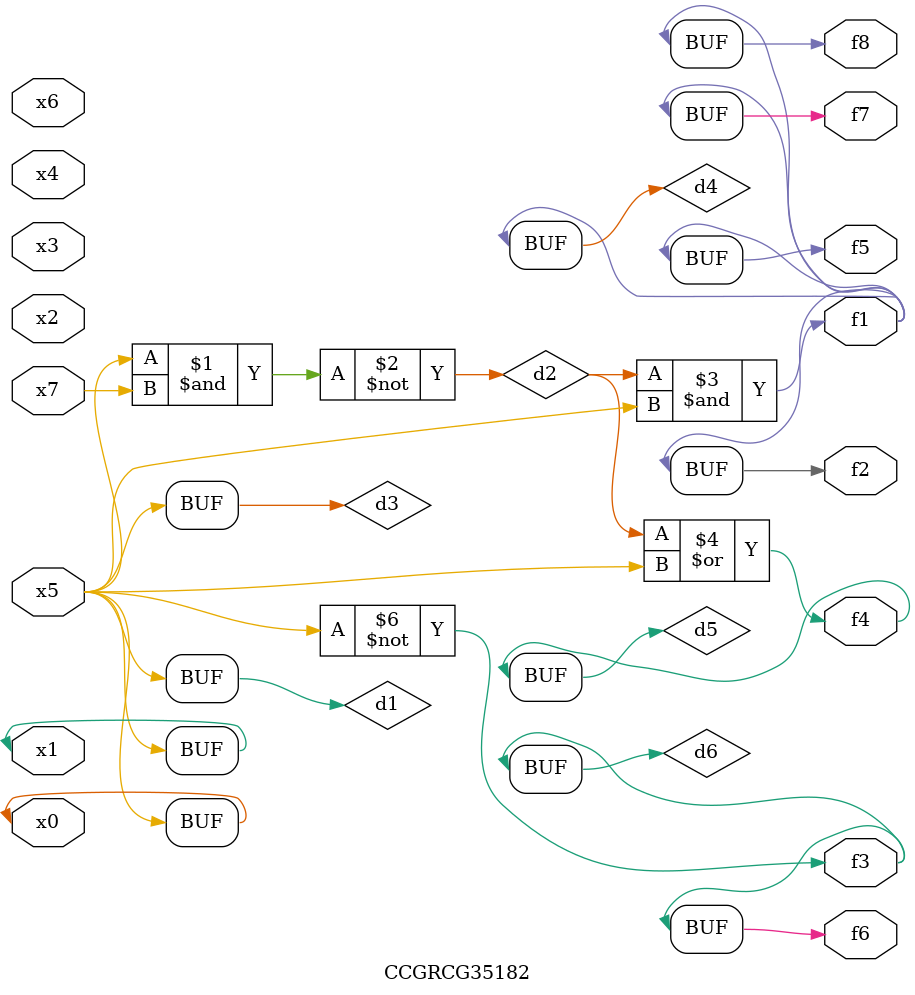
<source format=v>
module CCGRCG35182(
	input x0, x1, x2, x3, x4, x5, x6, x7,
	output f1, f2, f3, f4, f5, f6, f7, f8
);

	wire d1, d2, d3, d4, d5, d6;

	buf (d1, x0, x5);
	nand (d2, x5, x7);
	buf (d3, x0, x1);
	and (d4, d2, d3);
	or (d5, d2, d3);
	nor (d6, d1, d3);
	assign f1 = d4;
	assign f2 = d4;
	assign f3 = d6;
	assign f4 = d5;
	assign f5 = d4;
	assign f6 = d6;
	assign f7 = d4;
	assign f8 = d4;
endmodule

</source>
